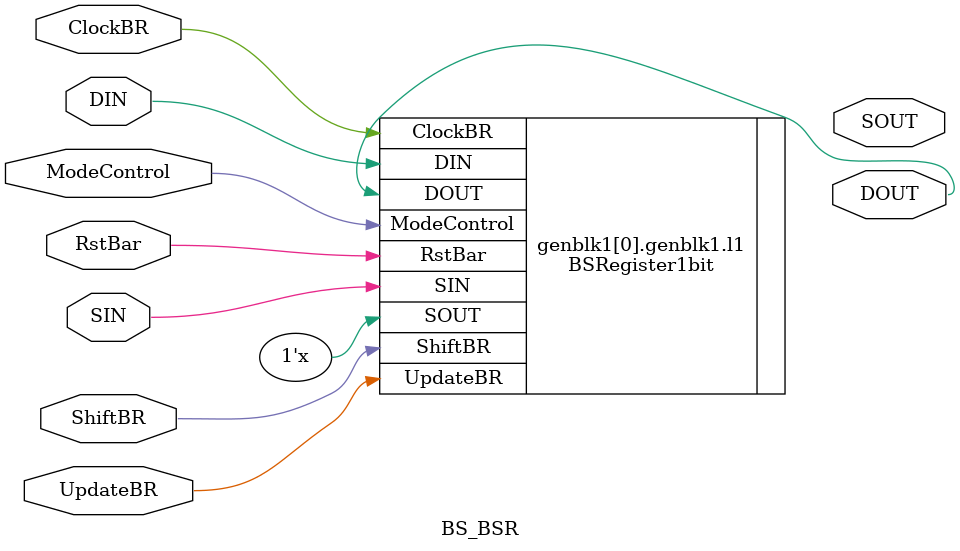
<source format=v>
`timescale 1 ns / 1ns
module BS_BSR #(parameter Length = 1) (DIN, SIN, UpdateBR, ClockBR, ShiftBR, ModeControl, RstBar, SOUT, DOUT);

	input[Length-1:0] DIN;
	input SIN, ShiftBR, UpdateBR, ClockBR, RstBar, ModeControl;
	output SOUT;
	output[Length-1:0] DOUT;
	wire[Length-1:0] SIN_im;
	genvar i;
	generate for (i=0; i<Length; i=i+1) begin
		if(i == 0) begin
			BSRegister1bit l1 (.DIN(DIN[i]), .SIN(SIN), .ShiftBR(ShiftBR),
								.UpdateBR(UpdateBR), .ClockBR(ClockBR),
								.RstBar(RstBar), .ModeControl(ModeControl),
								.SOUT(SIN_im[1]), .DOUT(DOUT[i]));
		end
		else if (i > 0 & i < Length-1) begin
			BSRegister1bit l2_n (.DIN(DIN[i]), .SIN(SIN_im[i]), .ShiftBR(ShiftBR),
								.UpdateBR(UpdateBR), .ClockBR(ClockBR),
								.RstBar(RstBar), .ModeControl(ModeControl),
								.SOUT(SIN_im[i+1]), .DOUT(DOUT[i]));
		end
		else if(i == Length-1) begin
			BSRegister1bit ln (.DIN(DIN[i]), .SIN(SIN_im[i]), .ShiftBR(ShiftBR),
								.UpdateBR(UpdateBR), .ClockBR(ClockBR),
								.RstBar(RstBar), .ModeControl(ModeControl),
								.SOUT(SOUT), .DOUT(DOUT[i]));
		end
	end
	endgenerate

endmodule
</source>
